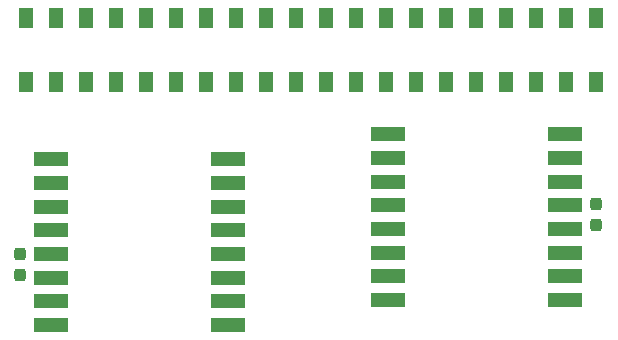
<source format=gbr>
%TF.GenerationSoftware,KiCad,Pcbnew,8.0.6*%
%TF.CreationDate,2024-12-05T19:40:30+08:00*%
%TF.ProjectId,RFM69HCW_v7,52464d36-3948-4435-975f-76372e6b6963,rev?*%
%TF.SameCoordinates,Original*%
%TF.FileFunction,Paste,Top*%
%TF.FilePolarity,Positive*%
%FSLAX46Y46*%
G04 Gerber Fmt 4.6, Leading zero omitted, Abs format (unit mm)*
G04 Created by KiCad (PCBNEW 8.0.6) date 2024-12-05 19:40:30*
%MOMM*%
%LPD*%
G01*
G04 APERTURE LIST*
G04 Aperture macros list*
%AMRoundRect*
0 Rectangle with rounded corners*
0 $1 Rounding radius*
0 $2 $3 $4 $5 $6 $7 $8 $9 X,Y pos of 4 corners*
0 Add a 4 corners polygon primitive as box body*
4,1,4,$2,$3,$4,$5,$6,$7,$8,$9,$2,$3,0*
0 Add four circle primitives for the rounded corners*
1,1,$1+$1,$2,$3*
1,1,$1+$1,$4,$5*
1,1,$1+$1,$6,$7*
1,1,$1+$1,$8,$9*
0 Add four rect primitives between the rounded corners*
20,1,$1+$1,$2,$3,$4,$5,0*
20,1,$1+$1,$4,$5,$6,$7,0*
20,1,$1+$1,$6,$7,$8,$9,0*
20,1,$1+$1,$8,$9,$2,$3,0*%
G04 Aperture macros list end*
%ADD10R,3.000000X1.200000*%
%ADD11R,1.270000X1.680000*%
%ADD12RoundRect,0.237500X-0.237500X0.287500X-0.237500X-0.287500X0.237500X-0.287500X0.237500X0.287500X0*%
G04 APERTURE END LIST*
D10*
%TO.C,REF\u002A\u002A*%
X156700000Y-103380000D03*
X156700000Y-101380000D03*
X156700000Y-99380000D03*
X156700000Y-97380000D03*
X156700000Y-93380000D03*
X156700000Y-89380000D03*
X141700000Y-97380000D03*
X141700000Y-91380000D03*
X141700000Y-89380000D03*
X141700000Y-99380000D03*
X141700000Y-101380000D03*
X141700000Y-103380000D03*
X141700000Y-93380000D03*
X141700000Y-95380000D03*
X156700000Y-91380000D03*
X156700000Y-95380000D03*
%TD*%
D11*
%TO.C,REF\u002A\u002A*%
X157390000Y-82840000D03*
X159930000Y-82840000D03*
X162470000Y-82840000D03*
X165010000Y-82840000D03*
X167550000Y-82840000D03*
X139610000Y-77400000D03*
X142150000Y-77400000D03*
X139610000Y-82840000D03*
X142150000Y-82840000D03*
X144690000Y-82840000D03*
X147230000Y-77400000D03*
X147230000Y-82840000D03*
X149770000Y-77400000D03*
X152310000Y-77400000D03*
X154850000Y-82840000D03*
X172630000Y-77400000D03*
X172630000Y-82840000D03*
X175170000Y-82840000D03*
X177710000Y-77400000D03*
X177710000Y-82840000D03*
X180250000Y-82840000D03*
X182790000Y-77400000D03*
X182790000Y-82840000D03*
X185330000Y-77400000D03*
X185330000Y-82840000D03*
X187870000Y-77400000D03*
X149770000Y-82840000D03*
X170090000Y-82840000D03*
X187870000Y-82840000D03*
X144690000Y-77400000D03*
X154850000Y-77400000D03*
X162470000Y-77400000D03*
X175170000Y-77400000D03*
X180250000Y-77400000D03*
X170090000Y-77400000D03*
X167550000Y-77400000D03*
X152310000Y-82840000D03*
X157390000Y-77400000D03*
X159930000Y-77400000D03*
X165010000Y-77400000D03*
%TD*%
D10*
%TO.C,REF\u002A\u002A*%
X170220000Y-87260000D03*
X170220000Y-89260000D03*
X170220000Y-91260000D03*
X170220000Y-93260000D03*
X170220000Y-97260000D03*
X170220000Y-101260000D03*
X185220000Y-93260000D03*
X185220000Y-99260000D03*
X185220000Y-101260000D03*
X185220000Y-91260000D03*
X185220000Y-89260000D03*
X185220000Y-87260000D03*
X185220000Y-97260000D03*
X185220000Y-95260000D03*
X170220000Y-99260000D03*
X170220000Y-95260000D03*
%TD*%
D12*
%TO.C,D1*%
X187810000Y-94927500D03*
X187810000Y-93177500D03*
%TD*%
%TO.C,D1*%
X139110000Y-99160000D03*
X139110000Y-97410000D03*
%TD*%
M02*

</source>
